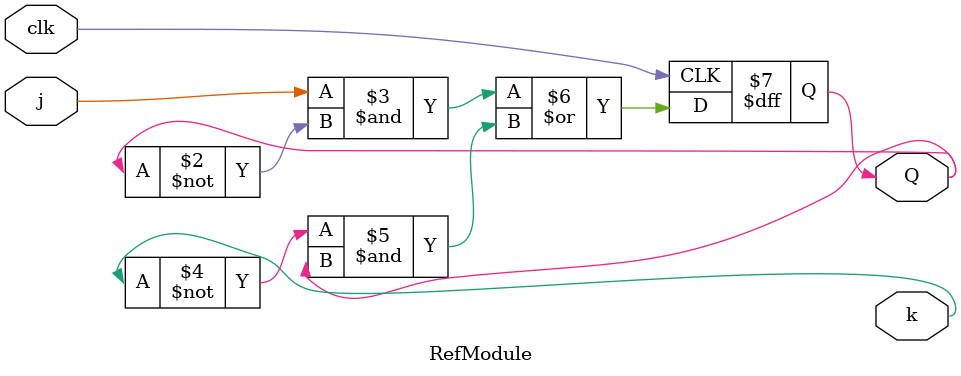
<source format=sv>

module RefModule (
  input clk,
  input j,
  output k,
  output reg Q
);

  always @(posedge clk)
    Q <= j&~Q | ~k&Q;

endmodule


</source>
